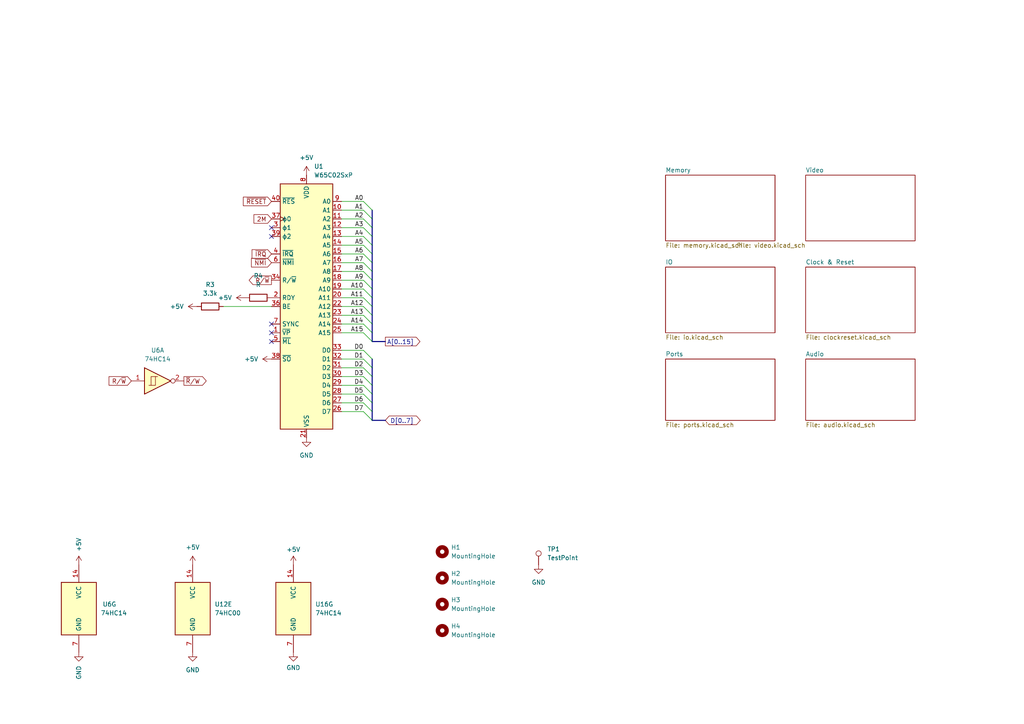
<source format=kicad_sch>
(kicad_sch (version 20231120) (generator "eeschema") (generator_version "8.0")
  (paper "A4")
  (title_block (title "ʕ·ᴥ·ʔ-GEORGE"))
  (lib_symbols
    (symbol "65xx-library:W65C02SxP"
      (property "Reference" "U" (at 2.54 40.64 0))
      (property "Value" "W65C02SxP" (at 2.54 38.1 0))
      (symbol "W65C02SxP_0_1"
        (rectangle (start -7.62 35.56) (end 7.62 -35.56) (stroke (width 0.254)) (fill (type background)))
      )
      (symbol "W65C02SxP_1_1"
        (pin output line (at -10.16 -7.62 0) (length 2.54) (name "~{VP}") (number "1"))
        (pin tri_state line (at 10.16 27.94 180) (length 2.54) (name "A1") (number "10"))
        (pin tri_state line (at 10.16 25.4 180) (length 2.54) (name "A2") (number "11"))
        (pin tri_state line (at 10.16 22.86 180) (length 2.54) (name "A3") (number "12"))
        (pin tri_state line (at 10.16 20.32 180) (length 2.54) (name "A4") (number "13"))
        (pin tri_state line (at 10.16 17.78 180) (length 2.54) (name "A5") (number "14"))
        (pin tri_state line (at 10.16 15.24 180) (length 2.54) (name "A6") (number "15"))
        (pin tri_state line (at 10.16 12.7 180) (length 2.54) (name "A7") (number "16"))
        (pin tri_state line (at 10.16 10.16 180) (length 2.54) (name "A8") (number "17"))
        (pin tri_state line (at 10.16 7.62 180) (length 2.54) (name "A9") (number "18"))
        (pin tri_state line (at 10.16 5.08 180) (length 2.54) (name "A10") (number "19"))
        (pin open_collector line (at -10.16 2.54 0) (length 2.54) (name "RDY") (number "2"))
        (pin tri_state line (at 10.16 2.54 180) (length 2.54) (name "A11") (number "20"))
        (pin power_in line (at 0 -38.1 90) (length 2.54) (name "VSS") (number "21"))
        (pin tri_state line (at 10.16 0 180) (length 2.54) (name "A12") (number "22"))
        (pin tri_state line (at 10.16 -2.54 180) (length 2.54) (name "A13") (number "23"))
        (pin tri_state line (at 10.16 -5.08 180) (length 2.54) (name "A14") (number "24"))
        (pin tri_state line (at 10.16 -7.62 180) (length 2.54) (name "A15") (number "25"))
        (pin bidirectional line (at 10.16 -30.48 180) (length 2.54) (name "D7") (number "26"))
        (pin bidirectional line (at 10.16 -27.94 180) (length 2.54) (name "D6") (number "27"))
        (pin bidirectional line (at 10.16 -25.4 180) (length 2.54) (name "D5") (number "28"))
        (pin bidirectional line (at 10.16 -22.86 180) (length 2.54) (name "D4") (number "29"))
        (pin output line (at -10.16 22.86 0) (length 2.54) (name "ϕ1") (number "3"))
        (pin bidirectional line (at 10.16 -20.32 180) (length 2.54) (name "D3") (number "30"))
        (pin bidirectional line (at 10.16 -17.78 180) (length 2.54) (name "D2") (number "31"))
        (pin bidirectional line (at 10.16 -15.24 180) (length 2.54) (name "D1") (number "32"))
        (pin bidirectional line (at 10.16 -12.7 180) (length 2.54) (name "D0") (number "33"))
        (pin tri_state line (at -10.16 7.62 0) (length 2.54) (name "R/~{W}") (number "34"))
        (pin no_connect non_logic (at -7.62 -30.48 0) (length 2.54) hide (name "nc") (number "35"))
        (pin input line (at -10.16 0 0) (length 2.54) (name "BE") (number "36"))
        (pin input clock (at -10.16 25.4 0) (length 2.54) (name "ϕ0") (number "37"))
        (pin input line (at -10.16 -15.24 0) (length 2.54) (name "~{SO}") (number "38"))
        (pin output line (at -10.16 20.32 0) (length 2.54) (name "ϕ2") (number "39"))
        (pin input line (at -10.16 15.24 0) (length 2.54) (name "~{IRQ}") (number "4"))
        (pin input line (at -10.16 30.48 0) (length 2.54) (name "~{RES}") (number "40"))
        (pin output line (at -10.16 -10.16 0) (length 2.54) (name "~{ML}") (number "5"))
        (pin input line (at -10.16 12.7 0) (length 2.54) (name "~{NMI}") (number "6"))
        (pin output line (at -10.16 -5.08 0) (length 2.54) (name "SYNC") (number "7"))
        (pin power_in line (at 0 38.1 270) (length 2.54) (name "VDD") (number "8"))
        (pin tri_state line (at 10.16 30.48 180) (length 2.54) (name "A0") (number "9"))
      )
    )
    (symbol "74xx:74HC00" (pin_names (offset 1.016))
      (property "Reference" "U" (at 0 1.27 0))
      (property "Value" "74HC00" (at 0 -1.27 0))
      (symbol "74HC00_1_1"
        (arc (start 0 -3.81) (mid 3.7934 0) (end 0 3.81) (stroke (width 0.254)) (fill (type background)))
        (polyline (pts (xy 0 3.81) (xy -3.81 3.81) (xy -3.81 -3.81) (xy 0 -3.81)) (stroke (width 0.254)) (fill (type background)))
        (pin input line (at -7.62 2.54 0) (length 3.81) (name "~") (number "1"))
        (pin input line (at -7.62 -2.54 0) (length 3.81) (name "~") (number "2"))
        (pin output inverted (at 7.62 0 180) (length 3.81) (name "~") (number "3"))
      )
      (symbol "74HC00_1_2"
        (arc (start -3.81 -3.81) (mid -2.589 0) (end -3.81 3.81) (stroke (width 0.254)))
        (arc (start -0.6096 -3.81) (mid 2.1842 -2.5851) (end 3.81 0) (stroke (width 0.254)) (fill (type background)))
        (polyline (pts (xy -3.81 -3.81) (xy -0.635 -3.81)) (stroke (width 0.254)) (fill (type background)))
        (polyline (pts (xy -3.81 3.81) (xy -0.635 3.81)) (stroke (width 0.254)) (fill (type background)))
        (polyline (pts (xy -0.635 3.81) (xy -3.81 3.81) (xy -3.81 3.81) (xy -3.556 3.4036) (xy -3.0226 2.2606) (xy -2.6924 1.0414) (xy -2.6162 -0.254) (xy -2.7686 -1.4986) (xy -3.175 -2.7178) (xy -3.81 -3.81) (xy -3.81 -3.81) (xy -0.635 -3.81)) (stroke (width -25.4)) (fill (type background)))
        (arc (start 3.81 0) (mid 2.1915 2.5936) (end -0.6096 3.81) (stroke (width 0.254)) (fill (type background)))
        (pin input inverted (at -7.62 2.54 0) (length 4.318) (name "~") (number "1"))
        (pin input inverted (at -7.62 -2.54 0) (length 4.318) (name "~") (number "2"))
        (pin output line (at 7.62 0 180) (length 3.81) (name "~") (number "3"))
      )
      (symbol "74HC00_2_1"
        (arc (start 0 -3.81) (mid 3.7934 0) (end 0 3.81) (stroke (width 0.254)) (fill (type background)))
        (polyline (pts (xy 0 3.81) (xy -3.81 3.81) (xy -3.81 -3.81) (xy 0 -3.81)) (stroke (width 0.254)) (fill (type background)))
        (pin input line (at -7.62 2.54 0) (length 3.81) (name "~") (number "4"))
        (pin input line (at -7.62 -2.54 0) (length 3.81) (name "~") (number "5"))
        (pin output inverted (at 7.62 0 180) (length 3.81) (name "~") (number "6"))
      )
      (symbol "74HC00_2_2"
        (arc (start -3.81 -3.81) (mid -2.589 0) (end -3.81 3.81) (stroke (width 0.254)))
        (arc (start -0.6096 -3.81) (mid 2.1842 -2.5851) (end 3.81 0) (stroke (width 0.254)) (fill (type background)))
        (polyline (pts (xy -3.81 -3.81) (xy -0.635 -3.81)) (stroke (width 0.254)) (fill (type background)))
        (polyline (pts (xy -3.81 3.81) (xy -0.635 3.81)) (stroke (width 0.254)) (fill (type background)))
        (polyline (pts (xy -0.635 3.81) (xy -3.81 3.81) (xy -3.81 3.81) (xy -3.556 3.4036) (xy -3.0226 2.2606) (xy -2.6924 1.0414) (xy -2.6162 -0.254) (xy -2.7686 -1.4986) (xy -3.175 -2.7178) (xy -3.81 -3.81) (xy -3.81 -3.81) (xy -0.635 -3.81)) (stroke (width -25.4)) (fill (type background)))
        (arc (start 3.81 0) (mid 2.1915 2.5936) (end -0.6096 3.81) (stroke (width 0.254)) (fill (type background)))
        (pin input inverted (at -7.62 2.54 0) (length 4.318) (name "~") (number "4"))
        (pin input inverted (at -7.62 -2.54 0) (length 4.318) (name "~") (number "5"))
        (pin output line (at 7.62 0 180) (length 3.81) (name "~") (number "6"))
      )
      (symbol "74HC00_3_1"
        (arc (start 0 -3.81) (mid 3.7934 0) (end 0 3.81) (stroke (width 0.254)) (fill (type background)))
        (polyline (pts (xy 0 3.81) (xy -3.81 3.81) (xy -3.81 -3.81) (xy 0 -3.81)) (stroke (width 0.254)) (fill (type background)))
        (pin input line (at -7.62 -2.54 0) (length 3.81) (name "~") (number "10"))
        (pin output inverted (at 7.62 0 180) (length 3.81) (name "~") (number "8"))
        (pin input line (at -7.62 2.54 0) (length 3.81) (name "~") (number "9"))
      )
      (symbol "74HC00_3_2"
        (arc (start -3.81 -3.81) (mid -2.589 0) (end -3.81 3.81) (stroke (width 0.254)))
        (arc (start -0.6096 -3.81) (mid 2.1842 -2.5851) (end 3.81 0) (stroke (width 0.254)) (fill (type background)))
        (polyline (pts (xy -3.81 -3.81) (xy -0.635 -3.81)) (stroke (width 0.254)) (fill (type background)))
        (polyline (pts (xy -3.81 3.81) (xy -0.635 3.81)) (stroke (width 0.254)) (fill (type background)))
        (polyline (pts (xy -0.635 3.81) (xy -3.81 3.81) (xy -3.81 3.81) (xy -3.556 3.4036) (xy -3.0226 2.2606) (xy -2.6924 1.0414) (xy -2.6162 -0.254) (xy -2.7686 -1.4986) (xy -3.175 -2.7178) (xy -3.81 -3.81) (xy -3.81 -3.81) (xy -0.635 -3.81)) (stroke (width -25.4)) (fill (type background)))
        (arc (start 3.81 0) (mid 2.1915 2.5936) (end -0.6096 3.81) (stroke (width 0.254)) (fill (type background)))
        (pin input inverted (at -7.62 -2.54 0) (length 4.318) (name "~") (number "10"))
        (pin output line (at 7.62 0 180) (length 3.81) (name "~") (number "8"))
        (pin input inverted (at -7.62 2.54 0) (length 4.318) (name "~") (number "9"))
      )
      (symbol "74HC00_4_1"
        (arc (start 0 -3.81) (mid 3.7934 0) (end 0 3.81) (stroke (width 0.254)) (fill (type background)))
        (polyline (pts (xy 0 3.81) (xy -3.81 3.81) (xy -3.81 -3.81) (xy 0 -3.81)) (stroke (width 0.254)) (fill (type background)))
        (pin output inverted (at 7.62 0 180) (length 3.81) (name "~") (number "11"))
        (pin input line (at -7.62 2.54 0) (length 3.81) (name "~") (number "12"))
        (pin input line (at -7.62 -2.54 0) (length 3.81) (name "~") (number "13"))
      )
      (symbol "74HC00_4_2"
        (arc (start -3.81 -3.81) (mid -2.589 0) (end -3.81 3.81) (stroke (width 0.254)))
        (arc (start -0.6096 -3.81) (mid 2.1842 -2.5851) (end 3.81 0) (stroke (width 0.254)) (fill (type background)))
        (polyline (pts (xy -3.81 -3.81) (xy -0.635 -3.81)) (stroke (width 0.254)) (fill (type background)))
        (polyline (pts (xy -3.81 3.81) (xy -0.635 3.81)) (stroke (width 0.254)) (fill (type background)))
        (polyline (pts (xy -0.635 3.81) (xy -3.81 3.81) (xy -3.81 3.81) (xy -3.556 3.4036) (xy -3.0226 2.2606) (xy -2.6924 1.0414) (xy -2.6162 -0.254) (xy -2.7686 -1.4986) (xy -3.175 -2.7178) (xy -3.81 -3.81) (xy -3.81 -3.81) (xy -0.635 -3.81)) (stroke (width -25.4)) (fill (type background)))
        (arc (start 3.81 0) (mid 2.1915 2.5936) (end -0.6096 3.81) (stroke (width 0.254)) (fill (type background)))
        (pin output line (at 7.62 0 180) (length 3.81) (name "~") (number "11"))
        (pin input inverted (at -7.62 2.54 0) (length 4.318) (name "~") (number "12"))
        (pin input inverted (at -7.62 -2.54 0) (length 4.318) (name "~") (number "13"))
      )
      (symbol "74HC00_5_0"
        (pin power_in line (at 0 12.7 270) (length 5.08) (name "VCC") (number "14"))
        (pin power_in line (at 0 -12.7 90) (length 5.08) (name "GND") (number "7"))
      )
      (symbol "74HC00_5_1"
        (rectangle (start -5.08 7.62) (end 5.08 -7.62) (stroke (width 0.254)) (fill (type background)))
      )
    )
    (symbol "74xx:74HC14" (pin_names (offset 1.016))
      (property "Reference" "U" (at 0 1.27 0))
      (property "Value" "74HC14" (at 0 -1.27 0))
      (symbol "74HC14_1_0"
        (polyline (pts (xy -3.81 3.81) (xy -3.81 -3.81) (xy 3.81 0) (xy -3.81 3.81)) (stroke (width 0.254)) (fill (type background)))
        (pin input line (at -7.62 0 0) (length 3.81) (name "~") (number "1"))
        (pin output inverted (at 7.62 0 180) (length 3.81) (name "~") (number "2"))
      )
      (symbol "74HC14_1_1"
        (polyline (pts (xy -1.905 -1.27) (xy -1.905 1.27) (xy -0.635 1.27)))
        (polyline (pts (xy -2.54 -1.27) (xy -0.635 -1.27) (xy -0.635 1.27) (xy 0 1.27)))
      )
      (symbol "74HC14_2_0"
        (polyline (pts (xy -3.81 3.81) (xy -3.81 -3.81) (xy 3.81 0) (xy -3.81 3.81)) (stroke (width 0.254)) (fill (type background)))
        (pin input line (at -7.62 0 0) (length 3.81) (name "~") (number "3"))
        (pin output inverted (at 7.62 0 180) (length 3.81) (name "~") (number "4"))
      )
      (symbol "74HC14_2_1"
        (polyline (pts (xy -1.905 -1.27) (xy -1.905 1.27) (xy -0.635 1.27)))
        (polyline (pts (xy -2.54 -1.27) (xy -0.635 -1.27) (xy -0.635 1.27) (xy 0 1.27)))
      )
      (symbol "74HC14_3_0"
        (polyline (pts (xy -3.81 3.81) (xy -3.81 -3.81) (xy 3.81 0) (xy -3.81 3.81)) (stroke (width 0.254)) (fill (type background)))
        (pin input line (at -7.62 0 0) (length 3.81) (name "~") (number "5"))
        (pin output inverted (at 7.62 0 180) (length 3.81) (name "~") (number "6"))
      )
      (symbol "74HC14_3_1"
        (polyline (pts (xy -1.905 -1.27) (xy -1.905 1.27) (xy -0.635 1.27)))
        (polyline (pts (xy -2.54 -1.27) (xy -0.635 -1.27) (xy -0.635 1.27) (xy 0 1.27)))
      )
      (symbol "74HC14_4_0"
        (polyline (pts (xy -3.81 3.81) (xy -3.81 -3.81) (xy 3.81 0) (xy -3.81 3.81)) (stroke (width 0.254)) (fill (type background)))
        (pin output inverted (at 7.62 0 180) (length 3.81) (name "~") (number "8"))
        (pin input line (at -7.62 0 0) (length 3.81) (name "~") (number "9"))
      )
      (symbol "74HC14_4_1"
        (polyline (pts (xy -1.905 -1.27) (xy -1.905 1.27) (xy -0.635 1.27)))
        (polyline (pts (xy -2.54 -1.27) (xy -0.635 -1.27) (xy -0.635 1.27) (xy 0 1.27)))
      )
      (symbol "74HC14_5_0"
        (polyline (pts (xy -3.81 3.81) (xy -3.81 -3.81) (xy 3.81 0) (xy -3.81 3.81)) (stroke (width 0.254)) (fill (type background)))
        (pin output inverted (at 7.62 0 180) (length 3.81) (name "~") (number "10"))
        (pin input line (at -7.62 0 0) (length 3.81) (name "~") (number "11"))
      )
      (symbol "74HC14_5_1"
        (polyline (pts (xy -1.905 -1.27) (xy -1.905 1.27) (xy -0.635 1.27)))
        (polyline (pts (xy -2.54 -1.27) (xy -0.635 -1.27) (xy -0.635 1.27) (xy 0 1.27)))
      )
      (symbol "74HC14_6_0"
        (polyline (pts (xy -3.81 3.81) (xy -3.81 -3.81) (xy 3.81 0) (xy -3.81 3.81)) (stroke (width 0.254)) (fill (type background)))
        (pin output inverted (at 7.62 0 180) (length 3.81) (name "~") (number "12"))
        (pin input line (at -7.62 0 0) (length 3.81) (name "~") (number "13"))
      )
      (symbol "74HC14_6_1"
        (polyline (pts (xy -1.905 -1.27) (xy -1.905 1.27) (xy -0.635 1.27)))
        (polyline (pts (xy -2.54 -1.27) (xy -0.635 -1.27) (xy -0.635 1.27) (xy 0 1.27)))
      )
      (symbol "74HC14_7_0"
        (pin power_in line (at 0 12.7 270) (length 5.08) (name "VCC") (number "14"))
        (pin power_in line (at 0 -12.7 90) (length 5.08) (name "GND") (number "7"))
      )
      (symbol "74HC14_7_1"
        (rectangle (start -5.08 7.62) (end 5.08 -7.62) (stroke (width 0.254)) (fill (type background)))
      )
    )
    (symbol "Connector:TestPoint" (pin_numbers hide) (pin_names (offset 0.762) hide)
      (property "Reference" "TP" (at 0 6.858 0))
      (property "Value" "TestPoint" (at 0 5.08 0))
      (symbol "TestPoint_0_1"
        (circle (center 0 3.302) (radius 0.762))
      )
      (symbol "TestPoint_1_1"
        (pin passive line (at 0 0 90) (length 2.54) (name "1") (number "1"))
      )
    )
    (symbol "Mechanical:MountingHole" (pin_names (offset 1.016))
      (property "Reference" "H" (at 0 5.08 0))
      (property "Value" "MountingHole" (at 0 3.175 0))
      (symbol "MountingHole_0_1"
        (circle (center 0 0) (radius 1.27) (stroke (width 1.27)))
      )
    )
    (symbol "kitty:R" (pin_numbers hide) (pin_names (offset 0))
      (property "Reference" "R" (at 2.032 0 90))
      (property "Value" "R" (at 0 0 90))
      (symbol "R_0_1"
        (rectangle (start -1.016 -2.54) (end 1.016 2.54) (stroke (width 0.254)))
      )
      (symbol "R_1_1"
        (pin passive line (at 0 3.81 270) (length 1.27) (name "~") (number "1"))
        (pin passive line (at 0 -3.81 90) (length 1.27) (name "~") (number "2"))
      )
    )
    (symbol "power:+5V" (power) (pin_names (offset 0))
      (property "Value" "+5V" (at 0 3.556 0))
      (symbol "+5V_0_1"
        (polyline (pts (xy -0.762 1.27) (xy 0 2.54)))
        (polyline (pts (xy 0 0) (xy 0 2.54)))
        (polyline (pts (xy 0 2.54) (xy 0.762 1.27)))
      )
      (symbol "+5V_1_1"
        (pin power_in line (at 0 0 90) (length 0) hide (name "+5V") (number "1"))
      )
    )
    (symbol "power:GND" (power) (pin_names (offset 0))
      (property "Value" "GND" (at 0 -3.81 0))
      (symbol "GND_0_1"
        (polyline (pts (xy 0 0) (xy 0 -1.27) (xy 1.27 -1.27) (xy 0 -2.54) (xy -1.27 -1.27) (xy 0 -1.27)))
      )
      (symbol "GND_1_1"
        (pin power_in line (at 0 0 270) (length 0) hide (name "GND") (number "1"))
      )
    )
  )
  (no_connect (at 78.74 96.52))
  (no_connect (at 78.74 68.58))
  (no_connect (at 78.74 93.98))
  (no_connect (at 78.74 99.06))
  (no_connect (at 78.74 66.04))
  (bus_entry (at 107.95 106.68) (size -2.54 -2.54))
  (bus_entry (at 107.95 96.52) (size -2.54 -2.54))
  (bus_entry (at 107.95 63.5) (size -2.54 -2.54))
  (bus_entry (at 107.95 71.12) (size -2.54 -2.54))
  (bus_entry (at 107.95 78.74) (size -2.54 -2.54))
  (bus_entry (at 107.95 91.44) (size -2.54 -2.54))
  (bus_entry (at 107.95 99.06) (size -2.54 -2.54))
  (bus_entry (at 107.95 109.22) (size -2.54 -2.54))
  (bus_entry (at 107.95 116.84) (size -2.54 -2.54))
  (bus_entry (at 107.95 66.04) (size -2.54 -2.54))
  (bus_entry (at 107.95 76.2) (size -2.54 -2.54))
  (bus_entry (at 107.95 104.14) (size -2.54 -2.54))
  (bus_entry (at 107.95 73.66) (size -2.54 -2.54))
  (bus_entry (at 107.95 93.98) (size -2.54 -2.54))
  (bus_entry (at 107.95 68.58) (size -2.54 -2.54))
  (bus_entry (at 107.95 60.96) (size -2.54 -2.54))
  (bus_entry (at 107.95 81.28) (size -2.54 -2.54))
  (bus_entry (at 107.95 83.82) (size -2.54 -2.54))
  (bus_entry (at 107.95 111.76) (size -2.54 -2.54))
  (bus_entry (at 107.95 86.36) (size -2.54 -2.54))
  (bus_entry (at 107.95 119.38) (size -2.54 -2.54))
  (bus_entry (at 107.95 114.3) (size -2.54 -2.54))
  (bus_entry (at 107.95 121.92) (size -2.54 -2.54))
  (bus_entry (at 107.95 88.9) (size -2.54 -2.54))
  (bus (pts (xy 107.95 66.04) (xy 107.95 68.58)))
  (bus (pts (xy 107.95 111.76) (xy 107.95 114.3)))
  (wire (pts (xy 64.77 88.9) (xy 78.74 88.9)))
  (bus (pts (xy 107.95 60.96) (xy 107.95 63.5)))
  (wire (pts (xy 99.06 71.12) (xy 105.41 71.12)))
  (wire (pts (xy 99.06 58.42) (xy 105.41 58.42)))
  (bus (pts (xy 107.95 86.36) (xy 107.95 88.9)))
  (wire (pts (xy 99.06 91.44) (xy 105.41 91.44)))
  (wire (pts (xy 99.06 73.66) (xy 105.41 73.66)))
  (wire (pts (xy 99.06 88.9) (xy 105.41 88.9)))
  (bus (pts (xy 107.95 109.22) (xy 107.95 111.76)))
  (wire (pts (xy 99.06 83.82) (xy 105.41 83.82)))
  (bus (pts (xy 107.95 121.92) (xy 111.76 121.92)))
  (bus (pts (xy 107.95 63.5) (xy 107.95 66.04)))
  (wire (pts (xy 99.06 81.28) (xy 105.41 81.28)))
  (bus (pts (xy 107.95 71.12) (xy 107.95 73.66)))
  (bus (pts (xy 107.95 88.9) (xy 107.95 91.44)))
  (bus (pts (xy 107.95 91.44) (xy 107.95 93.98)))
  (wire (pts (xy 99.06 68.58) (xy 105.41 68.58)))
  (wire (pts (xy 99.06 86.36) (xy 105.41 86.36)))
  (bus (pts (xy 107.95 114.3) (xy 107.95 116.84)))
  (wire (pts (xy 99.06 96.52) (xy 105.41 96.52)))
  (wire (pts (xy 99.06 76.2) (xy 105.41 76.2)))
  (bus (pts (xy 107.95 81.28) (xy 107.95 83.82)))
  (wire (pts (xy 99.06 114.3) (xy 105.41 114.3)))
  (bus (pts (xy 107.95 83.82) (xy 107.95 86.36)))
  (bus (pts (xy 107.95 96.52) (xy 107.95 99.06)))
  (wire (pts (xy 99.06 109.22) (xy 105.41 109.22)))
  (bus (pts (xy 107.95 78.74) (xy 107.95 81.28)))
  (bus (pts (xy 107.95 73.66) (xy 107.95 76.2)))
  (wire (pts (xy 99.06 60.96) (xy 105.41 60.96)))
  (wire (pts (xy 99.06 66.04) (xy 105.41 66.04)))
  (bus (pts (xy 107.95 119.38) (xy 107.95 121.92)))
  (wire (pts (xy 99.06 119.38) (xy 105.41 119.38)))
  (wire (pts (xy 99.06 78.74) (xy 105.41 78.74)))
  (bus (pts (xy 107.95 76.2) (xy 107.95 78.74)))
  (wire (pts (xy 99.06 63.5) (xy 105.41 63.5)))
  (wire (pts (xy 99.06 104.14) (xy 105.41 104.14)))
  (bus (pts (xy 107.95 104.14) (xy 107.95 106.68)))
  (bus (pts (xy 107.95 99.06) (xy 111.76 99.06)))
  (wire (pts (xy 99.06 106.68) (xy 105.41 106.68)))
  (bus (pts (xy 107.95 116.84) (xy 107.95 119.38)))
  (bus (pts (xy 107.95 68.58) (xy 107.95 71.12)))
  (bus (pts (xy 107.95 106.68) (xy 107.95 109.22)))
  (wire (pts (xy 99.06 93.98) (xy 105.41 93.98)))
  (wire (pts (xy 99.06 111.76) (xy 105.41 111.76)))
  (wire (pts (xy 99.06 116.84) (xy 105.41 116.84)))
  (bus (pts (xy 107.95 93.98) (xy 107.95 96.52)))
  (wire (pts (xy 99.06 101.6) (xy 105.41 101.6)))
  (label "A4" (at 105.41 68.58 180))
  (label "D2" (at 105.41 106.68 180))
  (label "A8" (at 105.41 78.74 180))
  (label "A14" (at 105.41 93.98 180))
  (label "D7" (at 105.41 119.38 180))
  (label "A11" (at 105.41 86.36 180))
  (label "A0" (at 105.41 58.42 180))
  (label "A13" (at 105.41 91.44 180))
  (label "A7" (at 105.41 76.2 180))
  (label "D3" (at 105.41 109.22 180))
  (label "A12" (at 105.41 88.9 180))
  (label "D0" (at 105.41 101.6 180))
  (label "D4" (at 105.41 111.76 180))
  (label "A10" (at 105.41 83.82 180))
  (label "A15" (at 105.41 96.52 180))
  (label "D6" (at 105.41 116.84 180))
  (label "A9" (at 105.41 81.28 180))
  (label "A1" (at 105.41 60.96 180))
  (label "A3" (at 105.41 66.04 180))
  (label "A2" (at 105.41 63.5 180))
  (label "D5" (at 105.41 114.3 180))
  (label "D1" (at 105.41 104.14 180))
  (label "A6" (at 105.41 73.66 180))
  (label "A5" (at 105.41 71.12 180))
  (global_label "~{IRQ}" (shape input) (at 78.74 73.66 180) (property "Intersheetrefs" "${INTERSHEET_REFS}" (effects (hide yes))))
  (global_label "2M" (shape input) (at 78.74 63.5 180) (property "Intersheetrefs" "${INTERSHEET_REFS}" (effects (hide yes))))
  (global_label "R{slash}~{W}" (shape input) (at 38.1 110.49 180) (property "Intersheetrefs" "${INTERSHEET_REFS}" (effects (hide yes))))
  (global_label "~{RESET}" (shape input) (at 78.74 58.42 180) (property "Intersheetrefs" "${INTERSHEET_REFS}" (effects (hide yes))))
  (global_label "~{R}{slash}W" (shape output) (at 53.34 110.49 0) (property "Intersheetrefs" "${INTERSHEET_REFS}" (effects (hide yes))))
  (global_label "D[0..7]" (shape bidirectional) (at 111.76 121.92 0) (property "Intersheetrefs" "${INTERSHEET_REFS}" (effects (hide yes))))
  (global_label "A[0..15]" (shape output) (at 111.76 99.06 0) (property "Intersheetrefs" "${INTERSHEET_REFS}" (effects (hide yes))))
  (global_label "~{NMI}" (shape input) (at 78.74 76.2 180) (property "Intersheetrefs" "${INTERSHEET_REFS}" (effects (hide yes))))
  (global_label "R{slash}~{W}" (shape output) (at 78.74 81.28 180) (property "Intersheetrefs" "${INTERSHEET_REFS}" (effects (hide yes))))
  (symbol (lib_id "power:+5V") (at 22.86 163.83 0) (unit 1)
    (property "Reference" "#PWR013" (effects (hide yes)))
    (property "Value" "+5V" (at 22.86 160.02 90) (effects (justify left)))
  )
  (symbol (lib_id "74xx:74HC14") (at 45.72 110.49 0) (unit 1)
    (property "Reference" "U6" (at 45.72 101.6 0))
    (property "Value" "74HC14" (at 45.72 104.14 0))
    (property "Footprint" "Package_DIP:DIP-14_W7.62mm_Socket" (effects (hide yes)))
    (property "Datasheet" "http://www.ti.com/lit/gpn/sn74HC14" (effects (hide yes)))
  )
  (symbol (lib_id "power:+5V") (at 85.09 163.83 0) (unit 1)
    (property "Reference" "#PWR035" (effects (hide yes)))
    (property "Value" "+5V" (at 85.09 159.385 0))
  )
  (symbol (lib_id "power:GND") (at 85.09 189.23 0) (unit 1)
    (property "Reference" "#PWR036" (effects (hide yes)))
    (property "Value" "GND" (at 85.09 193.675 0))
  )
  (symbol (lib_id "power:+5V") (at 57.15 88.9 90) (unit 1)
    (property "Reference" "#PWR023" (effects (hide yes)))
    (property "Value" "+5V" (at 53.34 88.9 90) (effects (justify left)))
  )
  (symbol (lib_id "Mechanical:MountingHole") (at 128.27 160.02 0) (unit 1)
    (property "Reference" "H1" (at 130.81 158.75 0) (effects (justify left)))
    (property "Value" "MountingHole" (at 130.81 161.29 0) (effects (justify left)))
  )
  (symbol (lib_id "power:+5V") (at 71.12 86.36 90) (unit 1)
    (property "Reference" "#PWR025" (effects (hide yes)))
    (property "Value" "+5V" (at 67.31 86.36 90) (effects (justify left)))
  )
  (symbol (lib_id "Mechanical:MountingHole") (at 128.27 175.26 0) (unit 1)
    (property "Reference" "H3" (at 130.81 173.99 0) (effects (justify left)))
    (property "Value" "MountingHole" (at 130.81 176.53 0) (effects (justify left)))
  )
  (symbol (lib_id "power:+5V") (at 88.9 50.8 0) (unit 1)
    (property "Reference" "#PWR08" (effects (hide yes)))
    (property "Value" "+5V" (at 88.9 45.72 0))
  )
  (symbol (lib_id "Mechanical:MountingHole") (at 128.27 167.64 0) (unit 1)
    (property "Reference" "H2" (at 130.81 166.37 0) (effects (justify left)))
    (property "Value" "MountingHole" (at 130.81 168.91 0) (effects (justify left)))
  )
  (symbol (lib_id "power:GND") (at 22.86 189.23 0) (unit 1)
    (property "Reference" "#PWR014" (effects (hide yes)))
    (property "Value" "GND" (at 22.86 193.04 90) (effects (justify right)))
  )
  (symbol (lib_id "power:GND") (at 55.88 189.23 0) (unit 1)
    (property "Reference" "#PWR022" (effects (hide yes)))
    (property "Value" "GND" (at 55.88 194.31 0))
  )
  (symbol (lib_id "65xx-library:W65C02SxP") (at 88.9 88.9 0) (unit 1)
    (property "Reference" "U1" (at 91.0941 48.26 0) (effects (justify left)))
    (property "Value" "W65C02SxP" (at 91.0941 50.8 0) (effects (justify left)))
    (property "Footprint" "Package_DIP:DIP-40_W15.24mm_Socket" (effects (hide yes)))
    (property "Datasheet" "http://www.westerndesigncenter.com/wdc/documentation/w65c02s.pdf" (effects (hide yes)))
  )
  (symbol (lib_id "power:GND") (at 156.21 163.83 0) (unit 1)
    (property "Reference" "#PWR096" (effects (hide yes)))
    (property "Value" "GND" (at 156.21 168.91 0))
  )
  (symbol (lib_id "power:GND") (at 88.9 127 0) (unit 1)
    (property "Reference" "#PWR09" (effects (hide yes)))
    (property "Value" "GND" (at 88.9 132.08 0))
  )
  (symbol (lib_id "kitty:R") (at 74.93 86.36 90) (unit 1)
    (property "Reference" "R4" (at 74.93 80.01 90))
    (property "Value" "R" (at 74.93 82.55 90))
    (property "Footprint" "Resistor_THT:R_Axial_DIN0207_L6.3mm_D2.5mm_P7.62mm_Horizontal" (effects (hide yes)))
  )
  (symbol (lib_id "power:+5V") (at 78.74 104.14 90) (unit 1)
    (property "Reference" "#PWR024" (effects (hide yes)))
    (property "Value" "+5V" (at 74.93 104.14 90) (effects (justify left)))
  )
  (symbol (lib_id "Connector:TestPoint") (at 156.21 163.83 0) (unit 1)
    (property "Reference" "TP1" (at 158.75 159.258 0) (effects (justify left)))
    (property "Value" "TestPoint" (at 158.75 161.798 0) (effects (justify left)))
  )
  (symbol (lib_id "74xx:74HC00") (at 55.88 176.53 0) (unit 5)
    (property "Reference" "U12" (at 62.23 175.26 0) (effects (justify left)))
    (property "Value" "74HC00" (at 62.23 177.8 0) (effects (justify left)))
    (property "Footprint" "Package_DIP:DIP-14_W7.62mm_Socket" (effects (hide yes)))
    (property "Datasheet" "http://www.ti.com/lit/gpn/sn74hc00" (effects (hide yes)))
  )
  (symbol (lib_id "power:+5V") (at 55.88 163.83 0) (unit 1)
    (property "Reference" "#PWR021" (effects (hide yes)))
    (property "Value" "+5V" (at 55.88 158.75 0))
  )
  (symbol (lib_id "Mechanical:MountingHole") (at 128.27 182.88 0) (unit 1)
    (property "Reference" "H4" (at 130.81 181.61 0) (effects (justify left)))
    (property "Value" "MountingHole" (at 130.81 184.15 0) (effects (justify left)))
  )
  (symbol (lib_id "74xx:74HC14") (at 22.86 176.53 0) (unit 7)
    (property "Reference" "U6" (at 31.75 175.26 0))
    (property "Value" "74HC14" (at 33.02 177.8 0))
    (property "Footprint" "Package_DIP:DIP-14_W7.62mm_Socket" (effects (hide yes)))
    (property "Datasheet" "http://www.ti.com/lit/gpn/sn74HC14" (effects (hide yes)))
  )
  (symbol (lib_id "74xx:74HC14") (at 85.09 176.53 0) (unit 7)
    (property "Reference" "U16" (at 91.44 175.26 0) (effects (justify left)))
    (property "Value" "74HC14" (at 91.44 177.8 0) (effects (justify left)))
    (property "Footprint" "Package_DIP:DIP-14_W7.62mm_Socket" (effects (hide yes)))
    (property "Datasheet" "http://www.ti.com/lit/gpn/sn74HC14" (effects (hide yes)))
  )
  (symbol (lib_id "kitty:R") (at 60.96 88.9 90) (unit 1)
    (property "Reference" "R3" (at 60.96 82.55 90))
    (property "Value" "3.3k" (at 60.96 85.09 90))
    (property "Footprint" "Resistor_THT:R_Axial_DIN0207_L6.3mm_D2.5mm_P7.62mm_Horizontal" (effects (hide yes)))
  )
  (sheet (at 193.04 50.8) (size 31.75 19.05) (stroke (width 0.1524))
    (property "Sheetname" "Memory" (at 193.04 50.0884 0) (effects (justify left bottom)))
    (property "Sheetfile" "memory.kicad_sch" (at 193.04 70.4346 0) (effects (justify left top)))
  )
  (sheet (at 233.68 50.8) (size 31.75 19.05) (stroke (width 0.1524))
    (property "Sheetname" "Video" (at 233.68 50.0884 0) (effects (justify left bottom)))
    (property "Sheetfile" "video.kicad_sch" (at 233.68 70.4346 0) (effects (justify right top)))
  )
  (sheet (at 193.04 104.14) (size 31.75 17.78) (stroke (width 0.1524))
    (property "Sheetname" "Ports" (at 193.04 103.4284 0) (effects (justify left bottom)))
    (property "Sheetfile" "ports.kicad_sch" (at 193.04 122.5046 0) (effects (justify left top)))
  )
  (sheet (at 233.68 77.47) (size 31.75 19.05) (stroke (width 0.1524))
    (property "Sheetname" "Clock & Reset" (at 233.68 76.7584 0) (effects (justify left bottom)))
    (property "Sheetfile" "clockreset.kicad_sch" (at 233.68 97.1046 0) (effects (justify left top)))
  )
  (sheet (at 233.68 104.14) (size 31.75 17.78) (stroke (width 0.1524))
    (property "Sheetname" "Audio" (at 233.68 103.4284 0) (effects (justify left bottom)))
    (property "Sheetfile" "audio.kicad_sch" (at 233.68 122.5046 0) (effects (justify left top)))
  )
  (sheet (at 193.04 77.47) (size 31.75 19.05) (stroke (width 0.1524))
    (property "Sheetname" "IO" (at 193.04 76.7584 0) (effects (justify left bottom)))
    (property "Sheetfile" "io.kicad_sch" (at 193.04 97.1046 0) (effects (justify left top)))
  )
)
</source>
